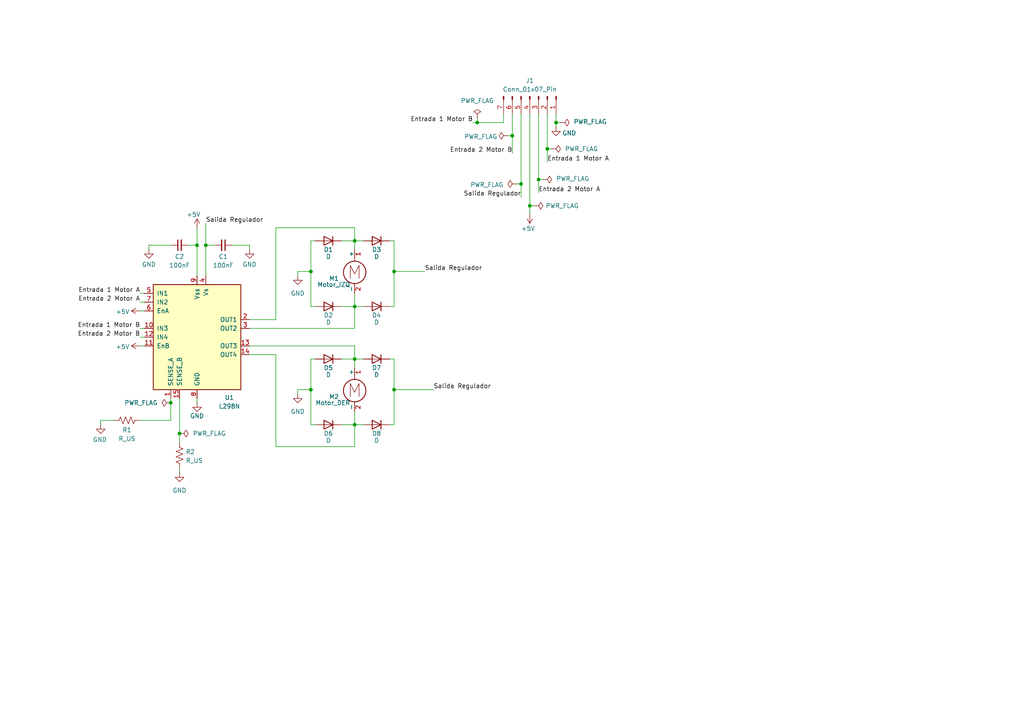
<source format=kicad_sch>
(kicad_sch (version 20231120) (generator "eeschema") (generator_version "8.0")
  (paper "A4")
  (lib_symbols
    (symbol "Connector:Conn_01x07_Pin" (pin_names (offset 1.016) hide)
      (property "Reference" "J" (at 0 10.16 0))
      (property "Value" "Conn_01x07_Pin" (at 0 -10.16 0))
      (symbol "Conn_01x07_Pin_1_1"
        (polyline (pts (xy 1.27 -7.62) (xy 0.8636 -7.62)) (stroke (width 0.1524)))
        (polyline (pts (xy 1.27 -5.08) (xy 0.8636 -5.08)) (stroke (width 0.1524)))
        (polyline (pts (xy 1.27 -2.54) (xy 0.8636 -2.54)) (stroke (width 0.1524)))
        (polyline (pts (xy 1.27 0) (xy 0.8636 0)) (stroke (width 0.1524)))
        (polyline (pts (xy 1.27 2.54) (xy 0.8636 2.54)) (stroke (width 0.1524)))
        (polyline (pts (xy 1.27 5.08) (xy 0.8636 5.08)) (stroke (width 0.1524)))
        (polyline (pts (xy 1.27 7.62) (xy 0.8636 7.62)) (stroke (width 0.1524)))
        (rectangle (start 0.8636 -7.493) (end 0 -7.747) (stroke (width 0.1524)) (fill (type outline)))
        (rectangle (start 0.8636 -4.953) (end 0 -5.207) (stroke (width 0.1524)) (fill (type outline)))
        (rectangle (start 0.8636 -2.413) (end 0 -2.667) (stroke (width 0.1524)) (fill (type outline)))
        (rectangle (start 0.8636 0.127) (end 0 -0.127) (stroke (width 0.1524)) (fill (type outline)))
        (rectangle (start 0.8636 2.667) (end 0 2.413) (stroke (width 0.1524)) (fill (type outline)))
        (rectangle (start 0.8636 5.207) (end 0 4.953) (stroke (width 0.1524)) (fill (type outline)))
        (rectangle (start 0.8636 7.747) (end 0 7.493) (stroke (width 0.1524)) (fill (type outline)))
        (pin passive line (at 5.08 7.62 180) (length 3.81) (name "Pin_1") (number "1"))
        (pin passive line (at 5.08 5.08 180) (length 3.81) (name "Pin_2") (number "2"))
        (pin passive line (at 5.08 2.54 180) (length 3.81) (name "Pin_3") (number "3"))
        (pin passive line (at 5.08 0 180) (length 3.81) (name "Pin_4") (number "4"))
        (pin passive line (at 5.08 -2.54 180) (length 3.81) (name "Pin_5") (number "5"))
        (pin passive line (at 5.08 -5.08 180) (length 3.81) (name "Pin_6") (number "6"))
        (pin passive line (at 5.08 -7.62 180) (length 3.81) (name "Pin_7") (number "7"))
      )
    )
    (symbol "Device:C_Small" (pin_numbers hide) (pin_names (offset 0.254) hide)
      (property "Reference" "C" (at 0.254 1.778 0))
      (property "Value" "C_Small" (at 0.254 -2.032 0))
      (symbol "C_Small_0_1"
        (polyline (pts (xy -1.524 -0.508) (xy 1.524 -0.508)) (stroke (width 0.3302)))
        (polyline (pts (xy -1.524 0.508) (xy 1.524 0.508)) (stroke (width 0.3048)))
      )
      (symbol "C_Small_1_1"
        (pin passive line (at 0 2.54 270) (length 2.032) (name "~") (number "1"))
        (pin passive line (at 0 -2.54 90) (length 2.032) (name "~") (number "2"))
      )
    )
    (symbol "Device:D" (pin_numbers hide) (pin_names (offset 1.016) hide)
      (property "Reference" "D" (at 0 2.54 0))
      (property "Value" "D" (at 0 -2.54 0))
      (symbol "D_0_1"
        (polyline (pts (xy -1.27 1.27) (xy -1.27 -1.27)) (stroke (width 0.254)))
        (polyline (pts (xy 1.27 0) (xy -1.27 0)))
        (polyline (pts (xy 1.27 1.27) (xy 1.27 -1.27) (xy -1.27 0) (xy 1.27 1.27)) (stroke (width 0.254)))
      )
      (symbol "D_1_1"
        (pin passive line (at -3.81 0 0) (length 2.54) (name "K") (number "1"))
        (pin passive line (at 3.81 0 180) (length 2.54) (name "A") (number "2"))
      )
    )
    (symbol "Device:R_US" (pin_numbers hide) (pin_names (offset 0))
      (property "Reference" "R" (at 2.54 0 90))
      (property "Value" "R_US" (at -2.54 0 90))
      (symbol "R_US_0_1"
        (polyline (pts (xy 0 -2.286) (xy 0 -2.54)))
        (polyline (pts (xy 0 2.286) (xy 0 2.54)))
        (polyline (pts (xy 0 -0.762) (xy 1.016 -1.143) (xy 0 -1.524) (xy -1.016 -1.905) (xy 0 -2.286)))
        (polyline (pts (xy 0 0.762) (xy 1.016 0.381) (xy 0 0) (xy -1.016 -0.381) (xy 0 -0.762)))
        (polyline (pts (xy 0 2.286) (xy 1.016 1.905) (xy 0 1.524) (xy -1.016 1.143) (xy 0 0.762)))
      )
      (symbol "R_US_1_1"
        (pin passive line (at 0 3.81 270) (length 1.27) (name "~") (number "1"))
        (pin passive line (at 0 -3.81 90) (length 1.27) (name "~") (number "2"))
      )
    )
    (symbol "Driver_Motor:L298N" (pin_names (offset 1.016))
      (property "Reference" "U" (at -10.16 16.51 0))
      (property "Value" "L298N" (at 12.7 16.51 0))
      (symbol "L298N_0_1"
        (rectangle (start -12.7 15.24) (end 12.7 -15.24) (stroke (width 0.254)) (fill (type background)))
      )
      (symbol "L298N_1_1"
        (pin power_in line (at -7.62 -17.78 90) (length 2.54) (name "SENSE_A") (number "1"))
        (pin input line (at -15.24 2.54 0) (length 2.54) (name "IN3") (number "10"))
        (pin input line (at -15.24 -2.54 0) (length 2.54) (name "EnB") (number "11"))
        (pin input line (at -15.24 0 0) (length 2.54) (name "IN4") (number "12"))
        (pin output line (at 15.24 -2.54 180) (length 2.54) (name "OUT3") (number "13"))
        (pin output line (at 15.24 -5.08 180) (length 2.54) (name "OUT4") (number "14"))
        (pin power_in line (at -5.08 -17.78 90) (length 2.54) (name "SENSE_B") (number "15"))
        (pin output line (at 15.24 5.08 180) (length 2.54) (name "OUT1") (number "2"))
        (pin output line (at 15.24 2.54 180) (length 2.54) (name "OUT2") (number "3"))
        (pin power_in line (at 2.54 17.78 270) (length 2.54) (name "Vs") (number "4"))
        (pin input line (at -15.24 12.7 0) (length 2.54) (name "IN1") (number "5"))
        (pin input line (at -15.24 7.62 0) (length 2.54) (name "EnA") (number "6"))
        (pin input line (at -15.24 10.16 0) (length 2.54) (name "IN2") (number "7"))
        (pin power_in line (at 0 -17.78 90) (length 2.54) (name "GND") (number "8"))
        (pin power_in line (at 0 17.78 270) (length 2.54) (name "Vss") (number "9"))
      )
    )
    (symbol "Motor:Motor_DC" (pin_names (offset 0))
      (property "Reference" "M" (at 2.54 2.54 0))
      (property "Value" "Motor_DC" (at 2.54 -5.08 0))
      (symbol "Motor_DC_0_0"
        (polyline (pts (xy -1.27 -3.302) (xy -1.27 0.508) (xy 0 -2.032) (xy 1.27 0.508) (xy 1.27 -3.302)))
      )
      (symbol "Motor_DC_0_1"
        (circle (center 0 -1.524) (radius 3.2512) (stroke (width 0.254)))
        (polyline (pts (xy 0 -7.62) (xy 0 -7.112)))
        (polyline (pts (xy 0 -4.7752) (xy 0 -5.1816)))
        (polyline (pts (xy 0 1.7272) (xy 0 2.0828)))
        (polyline (pts (xy 0 2.032) (xy 0 2.54)))
      )
      (symbol "Motor_DC_1_1"
        (pin passive line (at 0 5.08 270) (length 2.54) (name "+") (number "1"))
        (pin passive line (at 0 -7.62 90) (length 2.54) (name "-") (number "2"))
      )
    )
    (symbol "power:+5V" (power) (pin_numbers hide) (pin_names (offset 0) hide)
      (property "Value" "+5V" (at 0 3.556 0))
      (symbol "+5V_0_1"
        (polyline (pts (xy -0.762 1.27) (xy 0 2.54)))
        (polyline (pts (xy 0 0) (xy 0 2.54)))
        (polyline (pts (xy 0 2.54) (xy 0.762 1.27)))
      )
      (symbol "+5V_1_1"
        (pin power_in line (at 0 0 90) (length 0) (name "~") (number "1"))
      )
    )
    (symbol "power:GND" (power) (pin_numbers hide) (pin_names (offset 0) hide)
      (property "Value" "GND" (at 0 -3.81 0))
      (symbol "GND_0_1"
        (polyline (pts (xy 0 0) (xy 0 -1.27) (xy 1.27 -1.27) (xy 0 -2.54) (xy -1.27 -1.27) (xy 0 -1.27)))
      )
      (symbol "GND_1_1"
        (pin power_in line (at 0 0 270) (length 0) (name "~") (number "1"))
      )
    )
    (symbol "power:GNDS" (power) (pin_numbers hide) (pin_names (offset 0) hide)
      (property "Value" "GNDS" (at 0 -3.81 0))
      (symbol "GNDS_0_1"
        (polyline (pts (xy 0 0) (xy 0 -1.27) (xy 1.27 -1.27) (xy 0 -2.54) (xy -1.27 -1.27) (xy 0 -1.27)))
      )
      (symbol "GNDS_1_1"
        (pin power_in line (at 0 0 270) (length 0) (name "~") (number "1"))
      )
    )
    (symbol "power:PWR_FLAG" (power) (pin_numbers hide) (pin_names (offset 0) hide)
      (property "Value" "PWR_FLAG" (at 0 3.81 0))
      (symbol "PWR_FLAG_0_0"
        (pin power_out line (at 0 0 90) (length 0) (name "~") (number "1"))
      )
      (symbol "PWR_FLAG_0_1"
        (polyline (pts (xy 0 0) (xy 0 1.27) (xy -1.016 1.905) (xy 0 2.54) (xy 1.016 1.905) (xy 0 1.27)))
      )
    )
  )
  (junction (at 57.15 71.12))
  (junction (at 138.43 35.56))
  (junction (at 114.3 78.74))
  (junction (at 161.29 35.56))
  (junction (at 151.13 53.34))
  (junction (at 114.3 113.03))
  (junction (at 49.53 116.84))
  (junction (at 153.67 59.69))
  (junction (at 59.69 71.12))
  (junction (at 158.75 43.18))
  (junction (at 102.87 104.14))
  (junction (at 102.87 69.85))
  (junction (at 156.21 52.07))
  (junction (at 148.59 39.37))
  (junction (at 90.17 113.03))
  (junction (at 102.87 88.9))
  (junction (at 52.07 125.73))
  (junction (at 90.17 78.74))
  (junction (at 102.87 123.19))
  (wire (pts (xy 57.15 71.12) (xy 54.61 71.12)))
  (wire (pts (xy 102.87 123.19) (xy 99.06 123.19)))
  (wire (pts (xy 59.69 64.77) (xy 59.69 71.12)))
  (wire (pts (xy 49.53 115.57) (xy 49.53 116.84)))
  (wire (pts (xy 91.44 88.9) (xy 90.17 88.9)))
  (wire (pts (xy 99.06 69.85) (xy 102.87 69.85)))
  (wire (pts (xy 49.53 121.92) (xy 40.64 121.92)))
  (wire (pts (xy 90.17 104.14) (xy 91.44 104.14)))
  (wire (pts (xy 158.75 33.02) (xy 158.75 43.18)))
  (wire (pts (xy 72.39 100.33) (xy 102.87 100.33)))
  (wire (pts (xy 86.36 113.03) (xy 90.17 113.03)))
  (wire (pts (xy 49.53 71.12) (xy 43.18 71.12)))
  (wire (pts (xy 114.3 113.03) (xy 125.73 113.03)))
  (wire (pts (xy 86.36 80.01) (xy 86.36 78.74)))
  (wire (pts (xy 105.41 88.9) (xy 102.87 88.9)))
  (wire (pts (xy 156.21 52.07) (xy 156.21 55.88)))
  (wire (pts (xy 162.56 35.56) (xy 161.29 35.56)))
  (wire (pts (xy 99.06 104.14) (xy 102.87 104.14)))
  (wire (pts (xy 161.29 33.02) (xy 161.29 35.56)))
  (wire (pts (xy 157.48 52.07) (xy 156.21 52.07)))
  (wire (pts (xy 160.02 43.18) (xy 158.75 43.18)))
  (wire (pts (xy 91.44 123.19) (xy 90.17 123.19)))
  (wire (pts (xy 72.39 92.71) (xy 80.01 92.71)))
  (wire (pts (xy 138.43 34.29) (xy 138.43 35.56)))
  (wire (pts (xy 105.41 104.14) (xy 102.87 104.14)))
  (wire (pts (xy 72.39 102.87) (xy 80.01 102.87)))
  (wire (pts (xy 57.15 71.12) (xy 57.15 66.04)))
  (wire (pts (xy 153.67 33.02) (xy 153.67 59.69)))
  (wire (pts (xy 114.3 69.85) (xy 113.03 69.85)))
  (wire (pts (xy 52.07 137.16) (xy 52.07 135.89)))
  (wire (pts (xy 149.86 53.34) (xy 151.13 53.34)))
  (wire (pts (xy 33.02 121.92) (xy 29.21 121.92)))
  (wire (pts (xy 156.21 33.02) (xy 156.21 52.07)))
  (wire (pts (xy 102.87 88.9) (xy 99.06 88.9)))
  (wire (pts (xy 102.87 123.19) (xy 102.87 129.54)))
  (wire (pts (xy 41.91 97.79) (xy 40.64 97.79)))
  (wire (pts (xy 86.36 114.3) (xy 86.36 113.03)))
  (wire (pts (xy 146.05 35.56) (xy 138.43 35.56)))
  (wire (pts (xy 102.87 69.85) (xy 102.87 66.04)))
  (wire (pts (xy 158.75 43.18) (xy 158.75 46.99)))
  (wire (pts (xy 40.64 90.17) (xy 41.91 90.17)))
  (wire (pts (xy 52.07 115.57) (xy 52.07 125.73)))
  (wire (pts (xy 105.41 123.19) (xy 102.87 123.19)))
  (wire (pts (xy 57.15 71.12) (xy 57.15 80.01)))
  (wire (pts (xy 72.39 95.25) (xy 102.87 95.25)))
  (wire (pts (xy 80.01 66.04) (xy 80.01 92.71)))
  (wire (pts (xy 43.18 71.12) (xy 43.18 72.39)))
  (wire (pts (xy 161.29 36.83) (xy 161.29 35.56)))
  (wire (pts (xy 146.05 33.02) (xy 146.05 35.56)))
  (wire (pts (xy 86.36 78.74) (xy 90.17 78.74)))
  (wire (pts (xy 147.32 39.37) (xy 148.59 39.37)))
  (wire (pts (xy 102.87 85.09) (xy 102.87 88.9)))
  (wire (pts (xy 154.94 59.69) (xy 153.67 59.69)))
  (wire (pts (xy 57.15 116.84) (xy 57.15 115.57)))
  (wire (pts (xy 102.87 72.39) (xy 102.87 69.85)))
  (wire (pts (xy 49.53 116.84) (xy 49.53 121.92)))
  (wire (pts (xy 67.31 71.12) (xy 72.39 71.12)))
  (wire (pts (xy 105.41 69.85) (xy 102.87 69.85)))
  (wire (pts (xy 151.13 57.15) (xy 151.13 53.34)))
  (wire (pts (xy 90.17 78.74) (xy 90.17 88.9)))
  (wire (pts (xy 114.3 104.14) (xy 114.3 113.03)))
  (wire (pts (xy 153.67 59.69) (xy 153.67 62.23)))
  (wire (pts (xy 113.03 88.9) (xy 114.3 88.9)))
  (wire (pts (xy 114.3 78.74) (xy 123.19 78.74)))
  (wire (pts (xy 40.64 87.63) (xy 41.91 87.63)))
  (wire (pts (xy 102.87 119.38) (xy 102.87 123.19)))
  (wire (pts (xy 90.17 113.03) (xy 90.17 123.19)))
  (wire (pts (xy 114.3 113.03) (xy 114.3 123.19)))
  (wire (pts (xy 114.3 78.74) (xy 114.3 88.9)))
  (wire (pts (xy 148.59 39.37) (xy 148.59 44.45)))
  (wire (pts (xy 102.87 95.25) (xy 102.87 88.9)))
  (wire (pts (xy 151.13 33.02) (xy 151.13 53.34)))
  (wire (pts (xy 114.3 69.85) (xy 114.3 78.74)))
  (wire (pts (xy 114.3 104.14) (xy 113.03 104.14)))
  (wire (pts (xy 102.87 66.04) (xy 80.01 66.04)))
  (wire (pts (xy 59.69 71.12) (xy 62.23 71.12)))
  (wire (pts (xy 80.01 102.87) (xy 80.01 129.54)))
  (wire (pts (xy 80.01 129.54) (xy 102.87 129.54)))
  (wire (pts (xy 40.64 95.25) (xy 41.91 95.25)))
  (wire (pts (xy 148.59 39.37) (xy 148.59 33.02)))
  (wire (pts (xy 102.87 106.68) (xy 102.87 104.14)))
  (wire (pts (xy 90.17 69.85) (xy 90.17 78.74)))
  (wire (pts (xy 59.69 71.12) (xy 59.69 80.01)))
  (wire (pts (xy 52.07 125.73) (xy 52.07 128.27)))
  (wire (pts (xy 40.64 85.09) (xy 41.91 85.09)))
  (wire (pts (xy 113.03 123.19) (xy 114.3 123.19)))
  (wire (pts (xy 72.39 71.12) (xy 72.39 72.39)))
  (wire (pts (xy 102.87 104.14) (xy 102.87 100.33)))
  (wire (pts (xy 40.64 100.33) (xy 41.91 100.33)))
  (wire (pts (xy 29.21 121.92) (xy 29.21 123.19)))
  (wire (pts (xy 90.17 104.14) (xy 90.17 113.03)))
  (wire (pts (xy 138.43 35.56) (xy 137.16 35.56)))
  (wire (pts (xy 90.17 69.85) (xy 91.44 69.85)))
  (label "Entrada 2 Motor B" (at 148.59 44.45 180))
  (label "Salida Regulador" (at 151.13 57.15 180))
  (label "Entrada 1 Motor B" (at 40.64 95.25 180))
  (label "Salida Regulador" (at 123.19 78.74 0))
  (label "Entrada 2 Motor B" (at 40.64 97.79 180))
  (label "Entrada 2 Motor A" (at 156.21 55.88 0))
  (label "Entrada 1 Motor A" (at 158.75 46.99 0))
  (label "Salida Regulador" (at 125.73 113.03 0))
  (label "Salida Regulador" (at 59.69 64.77 0))
  (label "Entrada 1 Motor A" (at 40.64 85.09 180))
  (label "Entrada 2 Motor A" (at 40.64 87.63 180))
  (label "Entrada 1 Motor B" (at 137.16 35.56 180))
  (symbol (lib_id "power:GND") (at 57.15 116.84 0) (unit 1)
    (property "Reference" "#PWR05" (effects (hide yes)))
    (property "Value" "GND" (at 57.15 120.65 0))
    (property "Description" "Power symbol creates a global label with name \"GND\" , ground" (effects (hide yes)))
  )
  (symbol (lib_id "power:PWR_FLAG") (at 147.32 39.37 90) (unit 1)
    (property "Reference" "#FLG02" (effects (hide yes)))
    (property "Value" "PWR_FLAG" (at 144.272 39.624 90) (effects (justify left)))
    (property "Description" "Special symbol for telling ERC where power comes from" (effects (hide yes)))
  )
  (symbol (lib_id "Device:D") (at 95.25 69.85 0) (mirror y) (unit 1)
    (property "Reference" "D1" (at 95.25 72.39 0))
    (property "Value" "D" (at 95.25 74.422 0))
    (property "Footprint" "Diode_THT:D_DO-41_SOD81_P7.62mm_Horizontal" (effects (hide yes)))
    (property "Description" "Diode" (effects (hide yes)))
    (property "Sim.Device" "D" (effects (hide yes)))
    (property "Sim.Pins" "1=K 2=A" (effects (hide yes)))
  )
  (symbol (lib_id "power:PWR_FLAG") (at 160.02 43.18 270) (unit 1)
    (property "Reference" "#FLG01" (effects (hide yes)))
    (property "Value" "PWR_FLAG" (at 163.83 43.1799 90) (effects (justify left)))
    (property "Description" "Special symbol for telling ERC where power comes from" (effects (hide yes)))
  )
  (symbol (lib_id "power:GNDS") (at 29.21 123.19 0) (unit 1)
    (property "Reference" "#PWR015" (effects (hide yes)))
    (property "Value" "GND" (at 28.956 127.508 0))
    (property "Description" "Power symbol creates a global label with name \"GNDS\" , signal ground" (effects (hide yes)))
  )
  (symbol (lib_id "Device:D") (at 109.22 88.9 0) (mirror y) (unit 1)
    (property "Reference" "D4" (at 109.22 91.44 0))
    (property "Value" "D" (at 109.22 93.472 0))
    (property "Footprint" "Diode_THT:D_DO-41_SOD81_P7.62mm_Horizontal" (effects (hide yes)))
    (property "Description" "Diode" (effects (hide yes)))
    (property "Sim.Device" "D" (effects (hide yes)))
    (property "Sim.Pins" "1=K 2=A" (effects (hide yes)))
  )
  (symbol (lib_id "power:PWR_FLAG") (at 52.07 125.73 270) (unit 1)
    (property "Reference" "#FLG07" (effects (hide yes)))
    (property "Value" "PWR_FLAG" (at 55.88 125.7299 90) (effects (justify left)))
    (property "Description" "Special symbol for telling ERC where power comes from" (effects (hide yes)))
  )
  (symbol (lib_id "Device:D") (at 95.25 104.14 0) (mirror y) (unit 1)
    (property "Reference" "D5" (at 95.25 106.68 0))
    (property "Value" "D" (at 95.25 108.712 0))
    (property "Footprint" "Diode_THT:D_DO-41_SOD81_P7.62mm_Horizontal" (effects (hide yes)))
    (property "Description" "Diode" (effects (hide yes)))
    (property "Sim.Device" "D" (effects (hide yes)))
    (property "Sim.Pins" "1=K 2=A" (effects (hide yes)))
  )
  (symbol (lib_id "Device:D") (at 109.22 104.14 0) (mirror y) (unit 1)
    (property "Reference" "D7" (at 109.22 106.68 0))
    (property "Value" "D" (at 109.22 108.712 0))
    (property "Footprint" "Diode_THT:D_DO-41_SOD81_P7.62mm_Horizontal" (effects (hide yes)))
    (property "Description" "Diode" (effects (hide yes)))
    (property "Sim.Device" "D" (effects (hide yes)))
    (property "Sim.Pins" "1=K 2=A" (effects (hide yes)))
  )
  (symbol (lib_id "power:+5V") (at 153.67 62.23 180) (unit 1)
    (property "Reference" "#PWR02" (effects (hide yes)))
    (property "Value" "+5V" (at 153.162 66.294 0))
    (property "Description" "Power symbol creates a global label with name \"+5V\"" (effects (hide yes)))
  )
  (symbol (lib_id "power:GND") (at 72.39 72.39 0) (mirror y) (unit 1)
    (property "Reference" "#PWR013" (effects (hide yes)))
    (property "Value" "GND" (at 72.39 76.708 0))
    (property "Description" "Power symbol creates a global label with name \"GND\" , ground" (effects (hide yes)))
  )
  (symbol (lib_id "power:+5V") (at 40.64 100.33 90) (unit 1)
    (property "Reference" "#PWR03" (effects (hide yes)))
    (property "Value" "+5V" (at 37.592 100.584 90) (effects (justify left)))
    (property "Description" "Power symbol creates a global label with name \"+5V\"" (effects (hide yes)))
  )
  (symbol (lib_id "power:+5V") (at 57.15 66.04 0) (unit 1)
    (property "Reference" "#PWR06" (effects (hide yes)))
    (property "Value" "+5V" (at 56.134 62.23 0))
    (property "Description" "Power symbol creates a global label with name \"+5V\"" (effects (hide yes)))
  )
  (symbol (lib_id "power:GNDS") (at 52.07 137.16 0) (unit 1)
    (property "Reference" "#PWR016" (effects (hide yes)))
    (property "Value" "GND" (at 52.07 142.24 0))
    (property "Description" "Power symbol creates a global label with name \"GNDS\" , signal ground" (effects (hide yes)))
  )
  (symbol (lib_id "power:GND") (at 161.29 36.83 0) (unit 1)
    (property "Reference" "#PWR01" (effects (hide yes)))
    (property "Value" "GND" (at 165.1 38.608 0))
    (property "Description" "Power symbol creates a global label with name \"GND\" , ground" (effects (hide yes)))
  )
  (symbol (lib_id "Device:D") (at 109.22 123.19 0) (mirror y) (unit 1)
    (property "Reference" "D8" (at 109.22 125.73 0))
    (property "Value" "D" (at 109.22 127.762 0))
    (property "Footprint" "Diode_THT:D_DO-41_SOD81_P7.62mm_Horizontal" (effects (hide yes)))
    (property "Description" "Diode" (effects (hide yes)))
    (property "Sim.Device" "D" (effects (hide yes)))
    (property "Sim.Pins" "1=K 2=A" (effects (hide yes)))
  )
  (symbol (lib_id "Device:D") (at 109.22 69.85 0) (mirror y) (unit 1)
    (property "Reference" "D3" (at 109.22 72.39 0))
    (property "Value" "D" (at 109.22 74.422 0))
    (property "Footprint" "Diode_THT:D_DO-41_SOD81_P7.62mm_Horizontal" (effects (hide yes)))
    (property "Description" "Diode" (effects (hide yes)))
    (property "Sim.Device" "D" (effects (hide yes)))
    (property "Sim.Pins" "1=K 2=A" (effects (hide yes)))
  )
  (symbol (lib_id "power:GND") (at 43.18 72.39 0) (unit 1)
    (property "Reference" "#PWR014" (effects (hide yes)))
    (property "Value" "GND" (at 43.18 76.708 0))
    (property "Description" "Power symbol creates a global label with name \"GND\" , ground" (effects (hide yes)))
  )
  (symbol (lib_id "power:PWR_FLAG") (at 162.56 35.56 270) (unit 1)
    (property "Reference" "#FLG011" (effects (hide yes)))
    (property "Value" "PWR_FLAG" (at 171.196 35.306 90))
    (property "Description" "Special symbol for telling ERC where power comes from" (effects (hide yes)))
  )
  (symbol (lib_id "Device:C_Small") (at 64.77 71.12 270) (mirror x) (unit 1)
    (property "Reference" "C1" (at 64.7572 74.422 90))
    (property "Value" "100nF" (at 64.7572 76.962 90))
    (property "Footprint" "Capacitor_THT:C_Disc_D7.0mm_W2.5mm_P5.00mm" (effects (hide yes)))
    (property "Description" "Unpolarized capacitor, small symbol" (effects (hide yes)))
  )
  (symbol (lib_id "power:GND") (at 86.36 80.01 0) (mirror y) (unit 1)
    (property "Reference" "#PWR07" (effects (hide yes)))
    (property "Value" "GND" (at 86.36 85.09 0))
    (property "Description" "Power symbol creates a global label with name \"GND\" , ground" (effects (hide yes)))
  )
  (symbol (lib_id "Device:D") (at 95.25 88.9 0) (mirror y) (unit 1)
    (property "Reference" "D2" (at 95.25 91.44 0))
    (property "Value" "D" (at 95.25 93.472 0))
    (property "Footprint" "Diode_THT:D_DO-41_SOD81_P7.62mm_Horizontal" (effects (hide yes)))
    (property "Description" "Diode" (effects (hide yes)))
    (property "Sim.Device" "D" (effects (hide yes)))
    (property "Sim.Pins" "1=K 2=A" (effects (hide yes)))
  )
  (symbol (lib_id "Device:R_US") (at 52.07 132.08 180) (unit 1)
    (property "Reference" "R2" (at 53.848 131.064 0) (effects (justify right)))
    (property "Value" "R_US" (at 53.848 133.604 0) (effects (justify right)))
    (property "Footprint" "Resistor_SMD:R_0805_2012Metric_Pad1.20x1.40mm_HandSolder" (effects (hide yes)))
    (property "Description" "Resistor, US symbol" (effects (hide yes)))
  )
  (symbol (lib_id "Device:C_Small") (at 52.07 71.12 90) (unit 1)
    (property "Reference" "C2" (at 52.07 74.422 90))
    (property "Value" "100nF" (at 52.07 76.962 90))
    (property "Footprint" "Capacitor_THT:C_Disc_D7.0mm_W2.5mm_P5.00mm" (effects (hide yes)))
    (property "Description" "Unpolarized capacitor, small symbol" (effects (hide yes)))
  )
  (symbol (lib_id "power:PWR_FLAG") (at 49.53 116.84 90) (unit 1)
    (property "Reference" "#FLG06" (effects (hide yes)))
    (property "Value" "PWR_FLAG" (at 45.72 116.8399 90) (effects (justify left)))
    (property "Description" "Special symbol for telling ERC where power comes from" (effects (hide yes)))
  )
  (symbol (lib_id "power:GND") (at 86.36 114.3 0) (mirror y) (unit 1)
    (property "Reference" "#PWR08" (effects (hide yes)))
    (property "Value" "GND" (at 86.36 119.38 0))
    (property "Description" "Power symbol creates a global label with name \"GND\" , ground" (effects (hide yes)))
  )
  (symbol (lib_id "power:+5V") (at 40.64 90.17 90) (unit 1)
    (property "Reference" "#PWR04" (effects (hide yes)))
    (property "Value" "+5V" (at 37.592 90.424 90) (effects (justify left)))
    (property "Description" "Power symbol creates a global label with name \"+5V\"" (effects (hide yes)))
  )
  (symbol (lib_id "Connector:Conn_01x07_Pin") (at 153.67 27.94 270) (unit 1)
    (property "Reference" "J1" (at 153.67 23.368 90))
    (property "Value" "Conn_01x07_Pin" (at 153.67 25.908 90))
    (property "Footprint" "Connector_PinHeader_2.54mm:PinHeader_1x07_P2.54mm_Vertical" (effects (hide yes)))
    (property "Description" "Generic connector, single row, 01x07, script generated" (effects (hide yes)))
  )
  (symbol (lib_id "Driver_Motor:L298N") (at 57.15 97.79 0) (unit 1)
    (property "Reference" "U1" (at 66.548 115.316 0))
    (property "Value" "L298N" (at 66.548 117.856 0))
    (property "Footprint" "Package_TO_SOT_THT:TO-220-15_P2.54x2.54mm_StaggerOdd_Lead4.58mm_Vertical" (effects (hide yes)))
    (property "Datasheet" "http://www.st.com/st-web-ui/static/active/en/resource/technical/document/datasheet/CD00000240.pdf" (effects (hide yes)))
    (property "Description" "Dual full bridge motor driver, up to 46V, 4A, Multiwatt15-V" (effects (hide yes)))
  )
  (symbol (lib_id "Device:D") (at 95.25 123.19 0) (mirror y) (unit 1)
    (property "Reference" "D6" (at 95.25 125.73 0))
    (property "Value" "D" (at 95.25 127.762 0))
    (property "Footprint" "Diode_THT:D_DO-41_SOD81_P7.62mm_Horizontal" (effects (hide yes)))
    (property "Description" "Diode" (effects (hide yes)))
    (property "Sim.Device" "D" (effects (hide yes)))
    (property "Sim.Pins" "1=K 2=A" (effects (hide yes)))
  )
  (symbol (lib_id "Device:R_US") (at 36.83 121.92 270) (unit 1)
    (property "Reference" "R1" (at 36.83 124.714 90))
    (property "Value" "R_US" (at 36.83 127.254 90))
    (property "Footprint" "Resistor_SMD:R_0805_2012Metric_Pad1.20x1.40mm_HandSolder" (effects (hide yes)))
    (property "Description" "Resistor, US symbol" (effects (hide yes)))
  )
  (symbol (lib_id "power:PWR_FLAG") (at 138.43 34.29 0) (unit 1)
    (property "Reference" "#FLG03" (effects (hide yes)))
    (property "Value" "PWR_FLAG" (at 138.43 29.21 0))
    (property "Description" "Special symbol for telling ERC where power comes from" (effects (hide yes)))
  )
  (symbol (lib_id "Motor:Motor_DC") (at 102.87 77.47 0) (mirror y) (unit 1)
    (property "Reference" "M1" (at 98.298 80.772 0) (effects (justify left)))
    (property "Value" "Motor_IZQ" (at 101.6 82.55 0) (effects (justify left)))
    (property "Footprint" "Resistor_THT:R_Axial_DIN0207_L6.3mm_D2.5mm_P2.54mm_Vertical" (effects (hide yes)))
    (property "Description" "DC Motor" (effects (hide yes)))
  )
  (symbol (lib_id "power:PWR_FLAG") (at 154.94 59.69 270) (unit 1)
    (property "Reference" "#FLG012" (effects (hide yes)))
    (property "Value" "PWR_FLAG" (at 163.068 59.69 90))
    (property "Description" "Special symbol for telling ERC where power comes from" (effects (hide yes)))
  )
  (symbol (lib_id "power:PWR_FLAG") (at 157.48 52.07 270) (unit 1)
    (property "Reference" "#FLG013" (effects (hide yes)))
    (property "Value" "PWR_FLAG" (at 166.116 51.816 90))
    (property "Description" "Special symbol for telling ERC where power comes from" (effects (hide yes)))
  )
  (symbol (lib_id "Motor:Motor_DC") (at 102.87 111.76 0) (mirror y) (unit 1)
    (property "Reference" "M2" (at 98.298 115.062 0) (effects (justify left)))
    (property "Value" "Motor_DER" (at 101.6 116.84 0) (effects (justify left)))
    (property "Footprint" "Resistor_THT:R_Axial_DIN0207_L6.3mm_D2.5mm_P2.54mm_Vertical" (effects (hide yes)))
    (property "Description" "DC Motor" (effects (hide yes)))
  )
  (symbol (lib_id "power:PWR_FLAG") (at 149.86 53.34 90) (unit 1)
    (property "Reference" "#FLG010" (effects (hide yes)))
    (property "Value" "PWR_FLAG" (at 141.224 53.594 90))
    (property "Description" "Special symbol for telling ERC where power comes from" (effects (hide yes)))
  )
)
</source>
